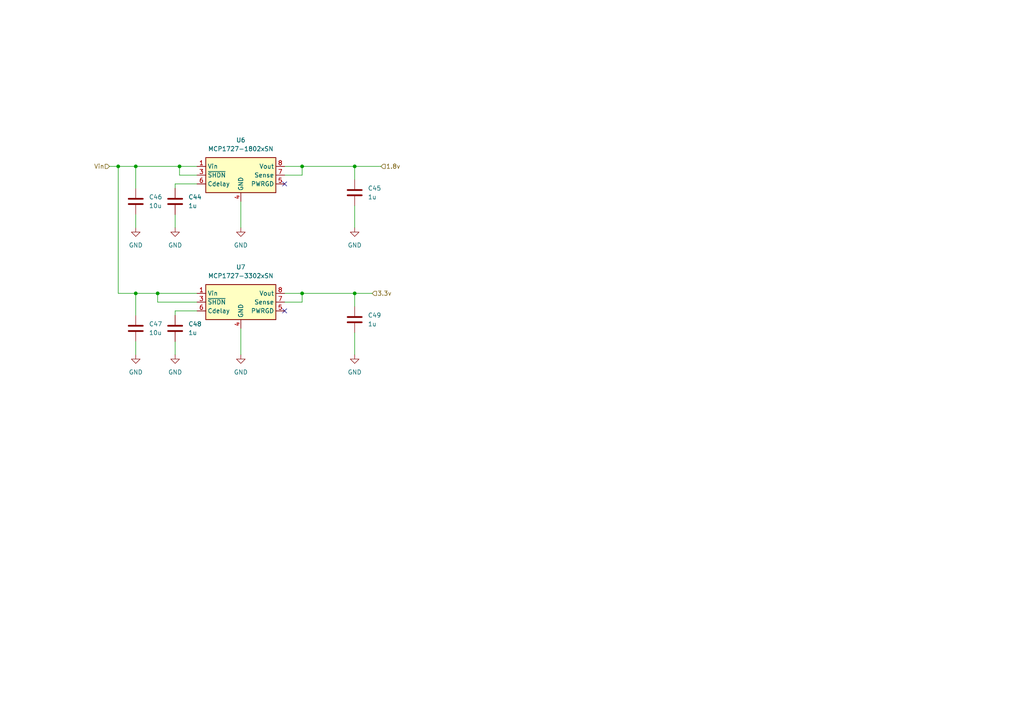
<source format=kicad_sch>
(kicad_sch (version 20250114) (generator "eeschema") (generator_version "9.0")
  (paper "A4")
  (lib_symbols
    (symbol "Device:C" (pin_numbers (hide yes)) (pin_names (offset 0.254))
      (property "Reference" "C" (at 0.635 2.54 0))
      (property "Value" "C" (at 0.635 -2.54 0))
      (symbol "C_0_1"
        (polyline (pts (xy -2.032 0.762) (xy 2.032 0.762)) (stroke (width 0.508)))
        (polyline (pts (xy -2.032 -0.762) (xy 2.032 -0.762)) (stroke (width 0.508)))
      )
      (symbol "C_1_1"
        (pin passive line (at 0 3.81 270) (length 2.794) (name "~") (number "1"))
        (pin passive line (at 0 -3.81 90) (length 2.794) (name "~") (number "2"))
      )
    )
    (symbol "Regulator_Linear:MCP1727-1802xSN"
      (property "Reference" "U" (at -7.62 8.89 0))
      (property "Value" "MCP1727-1802xSN" (at 11.43 8.89 0))
      (symbol "MCP1727-1802xSN_0_0"
        (pin input line (at -12.7 -2.54 0) (length 2.54) (name "Cdelay") (number "6"))
        (pin power_out line (at 12.7 2.54 180) (length 2.54) (name "Vout") (number "8"))
        (pin input line (at 12.7 0 180) (length 2.54) (name "Sense") (number "7"))
        (pin open_collector line (at 12.7 -2.54 180) (length 2.54) (name "PWRGD") (number "5"))
      )
      (symbol "MCP1727-1802xSN_0_1"
        (rectangle (start -10.16 5.08) (end 10.16 -5.08) (stroke (width 0.254)) (fill (type background)))
      )
      (symbol "MCP1727-1802xSN_1_1"
        (pin power_in line (at -12.7 2.54 0) (length 2.54) (name "Vin") (number "1"))
        (pin passive line (at -12.7 2.54 0) (length 2.54) (hide yes) (name "Vin") (number "2"))
        (pin input line (at -12.7 0 0) (length 2.54) (name "~{SHDN}") (number "3"))
        (pin power_in line (at 0 -7.62 90) (length 2.54) (name "GND") (number "4"))
      )
    )
    (symbol "Regulator_Linear:MCP1727-3302xSN"
      (property "Reference" "U" (at -7.62 8.89 0))
      (property "Value" "MCP1727-3302xSN" (at 11.43 8.89 0))
      (symbol "MCP1727-3302xSN_0_0"
        (pin input line (at -12.7 -2.54 0) (length 2.54) (name "Cdelay") (number "6"))
        (pin power_out line (at 12.7 2.54 180) (length 2.54) (name "Vout") (number "8"))
        (pin input line (at 12.7 0 180) (length 2.54) (name "Sense") (number "7"))
        (pin open_collector line (at 12.7 -2.54 180) (length 2.54) (name "PWRGD") (number "5"))
      )
      (symbol "MCP1727-3302xSN_0_1"
        (rectangle (start -10.16 5.08) (end 10.16 -5.08) (stroke (width 0.254)) (fill (type background)))
      )
      (symbol "MCP1727-3302xSN_1_1"
        (pin power_in line (at -12.7 2.54 0) (length 2.54) (name "Vin") (number "1"))
        (pin passive line (at -12.7 2.54 0) (length 2.54) (hide yes) (name "Vin") (number "2"))
        (pin input line (at -12.7 0 0) (length 2.54) (name "~{SHDN}") (number "3"))
        (pin power_in line (at 0 -7.62 90) (length 2.54) (name "GND") (number "4"))
      )
    )
    (symbol "power:GND" (power) (pin_numbers (hide yes)) (pin_names (offset 0) (hide yes))
      (property "Value" "GND" (at 0 -3.81 0))
      (symbol "GND_0_1"
        (polyline (pts (xy 0 0) (xy 0 -1.27) (xy 1.27 -1.27) (xy 0 -2.54) (xy -1.27 -1.27) (xy 0 -1.27)))
      )
      (symbol "GND_1_1"
        (pin power_in line (at 0 0 270) (length 0) (name "~") (number "1"))
      )
    )
  )
  (junction (at 87.63 85.09))
  (junction (at 87.63 48.26))
  (junction (at 39.37 48.26))
  (junction (at 39.37 85.09))
  (junction (at 102.87 48.26))
  (junction (at 45.72 85.09))
  (junction (at 52.07 48.26))
  (junction (at 34.29 48.26))
  (junction (at 102.87 85.09))
  (no_connect (at 82.55 53.34))
  (no_connect (at 82.55 90.17))
  (wire (pts (xy 87.63 87.63) (xy 87.63 85.09)))
  (wire (pts (xy 87.63 50.8) (xy 87.63 48.26)))
  (wire (pts (xy 39.37 54.61) (xy 39.37 48.26)))
  (wire (pts (xy 102.87 59.69) (xy 102.87 66.04)))
  (wire (pts (xy 52.07 50.8) (xy 52.07 48.26)))
  (wire (pts (xy 102.87 52.07) (xy 102.87 48.26)))
  (wire (pts (xy 57.15 87.63) (xy 45.72 87.63)))
  (wire (pts (xy 45.72 85.09) (xy 39.37 85.09)))
  (wire (pts (xy 82.55 87.63) (xy 87.63 87.63)))
  (wire (pts (xy 50.8 53.34) (xy 50.8 54.61)))
  (wire (pts (xy 50.8 90.17) (xy 50.8 91.44)))
  (wire (pts (xy 57.15 90.17) (xy 50.8 90.17)))
  (wire (pts (xy 50.8 99.06) (xy 50.8 102.87)))
  (wire (pts (xy 57.15 85.09) (xy 45.72 85.09)))
  (wire (pts (xy 82.55 50.8) (xy 87.63 50.8)))
  (wire (pts (xy 102.87 48.26) (xy 110.49 48.26)))
  (wire (pts (xy 82.55 48.26) (xy 87.63 48.26)))
  (wire (pts (xy 39.37 99.06) (xy 39.37 102.87)))
  (wire (pts (xy 57.15 53.34) (xy 50.8 53.34)))
  (wire (pts (xy 69.85 95.25) (xy 69.85 102.87)))
  (wire (pts (xy 52.07 48.26) (xy 39.37 48.26)))
  (wire (pts (xy 39.37 62.23) (xy 39.37 66.04)))
  (wire (pts (xy 102.87 85.09) (xy 107.95 85.09)))
  (wire (pts (xy 31.75 48.26) (xy 34.29 48.26)))
  (wire (pts (xy 50.8 62.23) (xy 50.8 66.04)))
  (wire (pts (xy 34.29 85.09) (xy 39.37 85.09)))
  (wire (pts (xy 69.85 58.42) (xy 69.85 66.04)))
  (wire (pts (xy 82.55 85.09) (xy 87.63 85.09)))
  (wire (pts (xy 34.29 48.26) (xy 39.37 48.26)))
  (wire (pts (xy 87.63 85.09) (xy 102.87 85.09)))
  (wire (pts (xy 45.72 87.63) (xy 45.72 85.09)))
  (wire (pts (xy 57.15 48.26) (xy 52.07 48.26)))
  (wire (pts (xy 39.37 91.44) (xy 39.37 85.09)))
  (wire (pts (xy 57.15 50.8) (xy 52.07 50.8)))
  (wire (pts (xy 102.87 88.9) (xy 102.87 85.09)))
  (wire (pts (xy 102.87 96.52) (xy 102.87 102.87)))
  (wire (pts (xy 87.63 48.26) (xy 102.87 48.26)))
  (wire (pts (xy 34.29 48.26) (xy 34.29 85.09)))
  (hierarchical_label "Vin" (shape input) (at 31.75 48.26 180))
  (hierarchical_label "1.8v" (shape input) (at 110.49 48.26 0))
  (hierarchical_label "3.3v" (shape input) (at 107.95 85.09 0))
  (symbol (lib_id "power:GND") (at 69.85 102.87 0) (unit 1)
    (property "Reference" "#PWR054" (effects (hide yes)))
    (property "Value" "GND" (at 69.85 107.95 0))
    (property "Description" "Power symbol creates a global label with name \"GND\" , ground" (effects (hide yes)))
  )
  (symbol (lib_id "Device:C") (at 50.8 95.25 0) (unit 1)
    (property "Reference" "C48" (at 54.61 93.9799 0) (effects (justify left)))
    (property "Value" "1u" (at 54.61 96.5199 0) (effects (justify left)))
    (property "Footprint" "Capacitor_SMD:C_0805_2012Metric_Pad1.18x1.45mm_HandSolder" (effects (hide yes)))
    (property "Description" "Unpolarized capacitor" (effects (hide yes)))
  )
  (symbol (lib_id "power:GND") (at 102.87 102.87 0) (unit 1)
    (property "Reference" "#PWR055" (effects (hide yes)))
    (property "Value" "GND" (at 102.87 107.95 0))
    (property "Description" "Power symbol creates a global label with name \"GND\" , ground" (effects (hide yes)))
  )
  (symbol (lib_id "power:GND") (at 50.8 102.87 0) (unit 1)
    (property "Reference" "#PWR053" (effects (hide yes)))
    (property "Value" "GND" (at 50.8 107.95 0))
    (property "Description" "Power symbol creates a global label with name \"GND\" , ground" (effects (hide yes)))
  )
  (symbol (lib_id "Regulator_Linear:MCP1727-3302xSN") (at 69.85 87.63 0) (unit 1)
    (property "Reference" "U7" (at 69.85 77.47 0))
    (property "Value" "MCP1727-3302xSN" (at 69.85 80.01 0))
    (property "Footprint" "Package_SO:SOIC-8_3.9x4.9mm_P1.27mm" (effects (hide yes)))
    (property "Datasheet" "https://ww1.microchip.com/downloads/aemtest/APID/ProductDocuments/DataSheets/MCP1727-1.5A-Low-Voltage-Low-Quiescent-Current-LDO-Regulator-20001999D.pdf" (effects (hide yes)))
    (property "Description" "1.5A, Low Voltage, Low Quiescent Current LDO Regulator, 2.3 - 6V Input, Fixed 3.3V Output, 330mV Dropout, SOIC-8" (effects (hide yes)))
  )
  (symbol (lib_id "power:GND") (at 69.85 66.04 0) (unit 1)
    (property "Reference" "#PWR048" (effects (hide yes)))
    (property "Value" "GND" (at 69.85 71.12 0))
    (property "Description" "Power symbol creates a global label with name \"GND\" , ground" (effects (hide yes)))
  )
  (symbol (lib_id "power:GND") (at 39.37 66.04 0) (unit 1)
    (property "Reference" "#PWR051" (effects (hide yes)))
    (property "Value" "GND" (at 39.37 71.12 0))
    (property "Description" "Power symbol creates a global label with name \"GND\" , ground" (effects (hide yes)))
  )
  (symbol (lib_id "Device:C") (at 102.87 92.71 0) (unit 1)
    (property "Reference" "C49" (at 106.68 91.4399 0) (effects (justify left)))
    (property "Value" "1u" (at 106.68 93.9799 0) (effects (justify left)))
    (property "Footprint" "Capacitor_SMD:C_0805_2012Metric_Pad1.18x1.45mm_HandSolder" (effects (hide yes)))
    (property "Description" "Unpolarized capacitor" (effects (hide yes)))
  )
  (symbol (lib_id "power:GND") (at 102.87 66.04 0) (unit 1)
    (property "Reference" "#PWR049" (effects (hide yes)))
    (property "Value" "GND" (at 102.87 71.12 0))
    (property "Description" "Power symbol creates a global label with name \"GND\" , ground" (effects (hide yes)))
  )
  (symbol (lib_id "Device:C") (at 39.37 95.25 0) (unit 1)
    (property "Reference" "C47" (at 43.18 93.9799 0) (effects (justify left)))
    (property "Value" "10u" (at 43.18 96.5199 0) (effects (justify left)))
    (property "Footprint" "Capacitor_SMD:C_0805_2012Metric_Pad1.18x1.45mm_HandSolder" (effects (hide yes)))
    (property "Description" "Unpolarized capacitor" (effects (hide yes)))
  )
  (symbol (lib_id "Device:C") (at 102.87 55.88 0) (unit 1)
    (property "Reference" "C45" (at 106.68 54.6099 0) (effects (justify left)))
    (property "Value" "1u" (at 106.68 57.1499 0) (effects (justify left)))
    (property "Footprint" "Capacitor_SMD:C_0805_2012Metric_Pad1.18x1.45mm_HandSolder" (effects (hide yes)))
    (property "Description" "Unpolarized capacitor" (effects (hide yes)))
  )
  (symbol (lib_id "Device:C") (at 39.37 58.42 0) (unit 1)
    (property "Reference" "C46" (at 43.18 57.1499 0) (effects (justify left)))
    (property "Value" "10u" (at 43.18 59.6899 0) (effects (justify left)))
    (property "Footprint" "Capacitor_SMD:C_0805_2012Metric_Pad1.18x1.45mm_HandSolder" (effects (hide yes)))
    (property "Description" "Unpolarized capacitor" (effects (hide yes)))
  )
  (symbol (lib_id "Regulator_Linear:MCP1727-1802xSN") (at 69.85 50.8 0) (unit 1)
    (property "Reference" "U6" (at 69.85 40.64 0))
    (property "Value" "MCP1727-1802xSN" (at 69.85 43.18 0))
    (property "Footprint" "Package_SO:SOIC-8_3.9x4.9mm_P1.27mm" (effects (hide yes)))
    (property "Datasheet" "https://ww1.microchip.com/downloads/aemtest/APID/ProductDocuments/DataSheets/MCP1727-1.5A-Low-Voltage-Low-Quiescent-Current-LDO-Regulator-20001999D.pdf" (effects (hide yes)))
    (property "Description" "1.5A, Low Voltage, Low Quiescent Current LDO Regulator, 2.3 - 6V Input, Fixed 1.8V Output, 330mV Dropout, SOIC-8" (effects (hide yes)))
  )
  (symbol (lib_id "power:GND") (at 39.37 102.87 0) (unit 1)
    (property "Reference" "#PWR052" (effects (hide yes)))
    (property "Value" "GND" (at 39.37 107.95 0))
    (property "Description" "Power symbol creates a global label with name \"GND\" , ground" (effects (hide yes)))
  )
  (symbol (lib_id "Device:C") (at 50.8 58.42 0) (unit 1)
    (property "Reference" "C44" (at 54.61 57.1499 0) (effects (justify left)))
    (property "Value" "1u" (at 54.61 59.6899 0) (effects (justify left)))
    (property "Footprint" "Capacitor_SMD:C_0805_2012Metric_Pad1.18x1.45mm_HandSolder" (effects (hide yes)))
    (property "Description" "Unpolarized capacitor" (effects (hide yes)))
  )
  (symbol (lib_id "power:GND") (at 50.8 66.04 0) (unit 1)
    (property "Reference" "#PWR050" (effects (hide yes)))
    (property "Value" "GND" (at 50.8 71.12 0))
    (property "Description" "Power symbol creates a global label with name \"GND\" , ground" (effects (hide yes)))
  )
)
</source>
